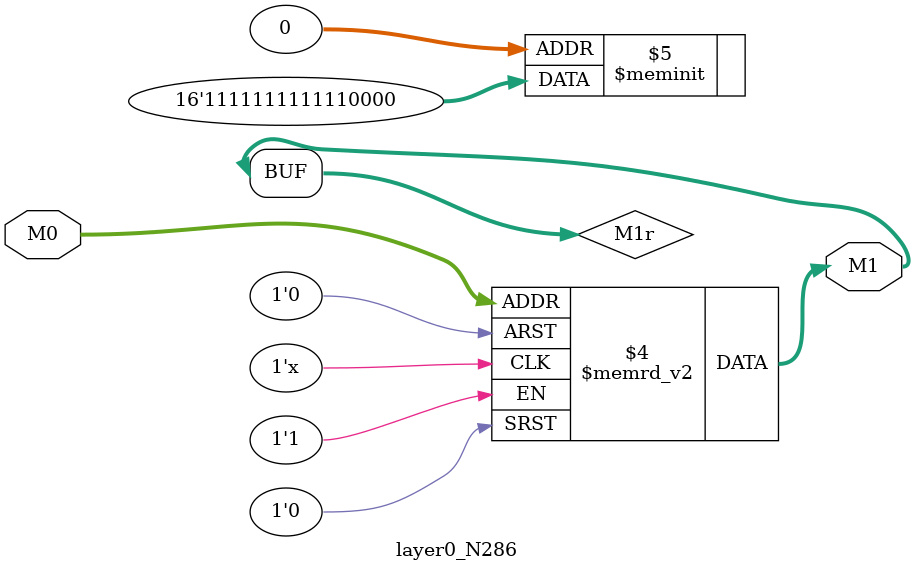
<source format=v>
module layer0_N286 ( input [2:0] M0, output [1:0] M1 );

	(*rom_style = "distributed" *) reg [1:0] M1r;
	assign M1 = M1r;
	always @ (M0) begin
		case (M0)
			3'b000: M1r = 2'b00;
			3'b100: M1r = 2'b11;
			3'b010: M1r = 2'b11;
			3'b110: M1r = 2'b11;
			3'b001: M1r = 2'b00;
			3'b101: M1r = 2'b11;
			3'b011: M1r = 2'b11;
			3'b111: M1r = 2'b11;

		endcase
	end
endmodule

</source>
